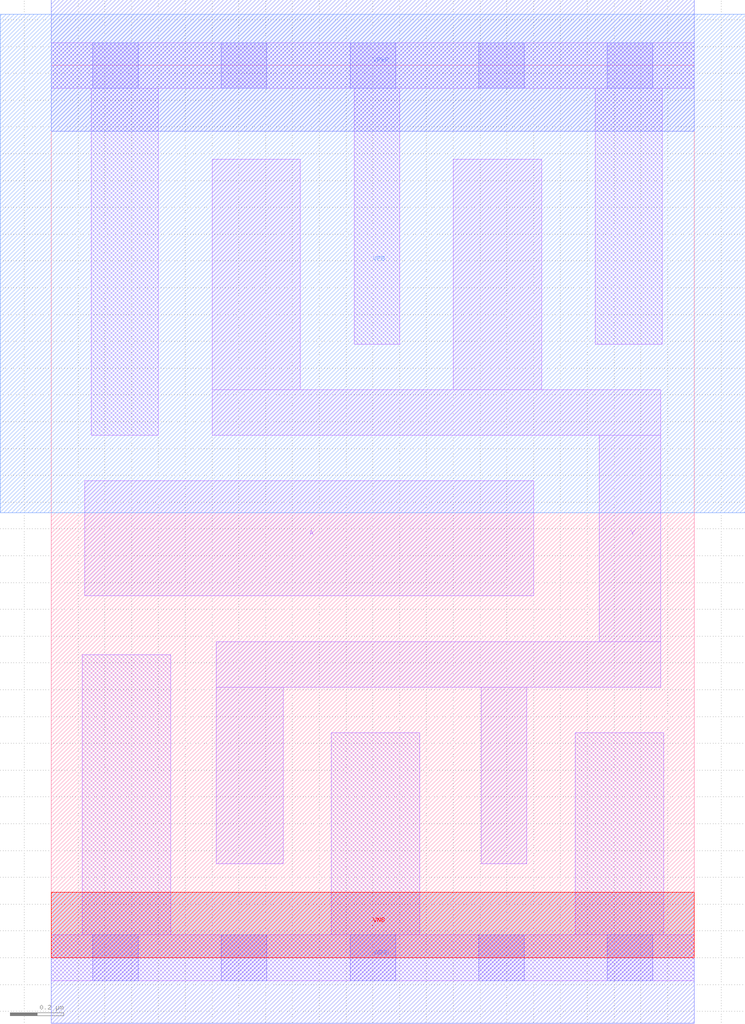
<source format=lef>
# Copyright 2020 The SkyWater PDK Authors
#
# Licensed under the Apache License, Version 2.0 (the "License");
# you may not use this file except in compliance with the License.
# You may obtain a copy of the License at
#
#     https://www.apache.org/licenses/LICENSE-2.0
#
# Unless required by applicable law or agreed to in writing, software
# distributed under the License is distributed on an "AS IS" BASIS,
# WITHOUT WARRANTIES OR CONDITIONS OF ANY KIND, either express or implied.
# See the License for the specific language governing permissions and
# limitations under the License.
#
# SPDX-License-Identifier: Apache-2.0

VERSION 5.7 ;
  NOWIREEXTENSIONATPIN ON ;
  DIVIDERCHAR "/" ;
  BUSBITCHARS "[]" ;
MACRO sky130_fd_sc_ls__inv_4
  CLASS CORE ;
  FOREIGN sky130_fd_sc_ls__inv_4 ;
  ORIGIN  0.000000  0.000000 ;
  SIZE  2.400000 BY  3.330000 ;
  SYMMETRY X Y ;
  SITE unit ;
  PIN A
    ANTENNAGATEAREA  1.116000 ;
    DIRECTION INPUT ;
    USE SIGNAL ;
    PORT
      LAYER li1 ;
        RECT 0.125000 1.350000 1.800000 1.780000 ;
    END
  END A
  PIN Y
    ANTENNADIFFAREA  1.116000 ;
    DIRECTION OUTPUT ;
    USE SIGNAL ;
    PORT
      LAYER li1 ;
        RECT 0.600000 1.950000 2.275000 2.120000 ;
        RECT 0.600000 2.120000 0.930000 2.980000 ;
        RECT 0.615000 0.350000 0.865000 1.010000 ;
        RECT 0.615000 1.010000 2.275000 1.180000 ;
        RECT 1.500000 2.120000 1.830000 2.980000 ;
        RECT 1.605000 0.350000 1.775000 1.010000 ;
        RECT 2.045000 1.180000 2.275000 1.950000 ;
    END
  END Y
  PIN VGND
    DIRECTION INOUT ;
    SHAPE ABUTMENT ;
    USE GROUND ;
    PORT
      LAYER met1 ;
        RECT 0.000000 -0.245000 2.400000 0.245000 ;
    END
  END VGND
  PIN VNB
    DIRECTION INOUT ;
    USE GROUND ;
    PORT
      LAYER pwell ;
        RECT 0.000000 0.000000 2.400000 0.245000 ;
    END
  END VNB
  PIN VPB
    DIRECTION INOUT ;
    USE POWER ;
    PORT
      LAYER nwell ;
        RECT -0.190000 1.660000 2.590000 3.520000 ;
    END
  END VPB
  PIN VPWR
    DIRECTION INOUT ;
    SHAPE ABUTMENT ;
    USE POWER ;
    PORT
      LAYER met1 ;
        RECT 0.000000 3.085000 2.400000 3.575000 ;
    END
  END VPWR
  OBS
    LAYER li1 ;
      RECT 0.000000 -0.085000 2.400000 0.085000 ;
      RECT 0.000000  3.245000 2.400000 3.415000 ;
      RECT 0.115000  0.085000 0.445000 1.130000 ;
      RECT 0.150000  1.950000 0.400000 3.245000 ;
      RECT 1.045000  0.085000 1.375000 0.840000 ;
      RECT 1.130000  2.290000 1.300000 3.245000 ;
      RECT 1.955000  0.085000 2.285000 0.840000 ;
      RECT 2.030000  2.290000 2.280000 3.245000 ;
    LAYER mcon ;
      RECT 0.155000 -0.085000 0.325000 0.085000 ;
      RECT 0.155000  3.245000 0.325000 3.415000 ;
      RECT 0.635000 -0.085000 0.805000 0.085000 ;
      RECT 0.635000  3.245000 0.805000 3.415000 ;
      RECT 1.115000 -0.085000 1.285000 0.085000 ;
      RECT 1.115000  3.245000 1.285000 3.415000 ;
      RECT 1.595000 -0.085000 1.765000 0.085000 ;
      RECT 1.595000  3.245000 1.765000 3.415000 ;
      RECT 2.075000 -0.085000 2.245000 0.085000 ;
      RECT 2.075000  3.245000 2.245000 3.415000 ;
  END
END sky130_fd_sc_ls__inv_4
END LIBRARY

</source>
